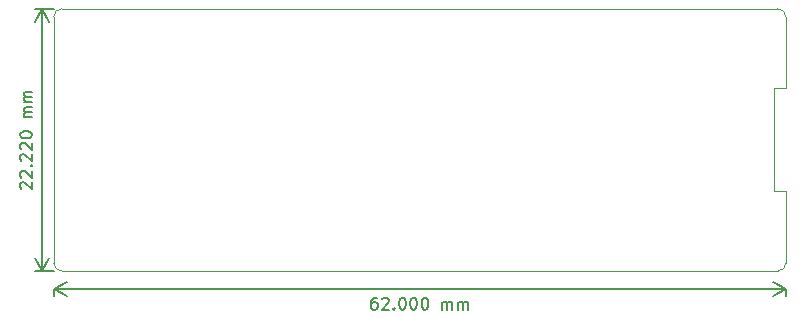
<source format=gbr>
%TF.GenerationSoftware,KiCad,Pcbnew,(5.1.6)-1*%
%TF.CreationDate,2020-07-09T16:11:49-07:00*%
%TF.ProjectId,UPduino_v3.0,55506475-696e-46f5-9f76-332e302e6b69,3.0*%
%TF.SameCoordinates,Original*%
%TF.FileFunction,OtherDrawing,Comment*%
%FSLAX46Y46*%
G04 Gerber Fmt 4.6, Leading zero omitted, Abs format (unit mm)*
G04 Created by KiCad (PCBNEW (5.1.6)-1) date 2020-07-09 16:11:49*
%MOMM*%
%LPD*%
G01*
G04 APERTURE LIST*
%ADD10C,0.150000*%
%TA.AperFunction,Profile*%
%ADD11C,0.050000*%
%TD*%
G04 APERTURE END LIST*
D10*
X97247619Y-93032857D02*
X97200000Y-92985238D01*
X97152380Y-92890000D01*
X97152380Y-92651904D01*
X97200000Y-92556666D01*
X97247619Y-92509047D01*
X97342857Y-92461428D01*
X97438095Y-92461428D01*
X97580952Y-92509047D01*
X98152380Y-93080476D01*
X98152380Y-92461428D01*
X97247619Y-92080476D02*
X97200000Y-92032857D01*
X97152380Y-91937619D01*
X97152380Y-91699523D01*
X97200000Y-91604285D01*
X97247619Y-91556666D01*
X97342857Y-91509047D01*
X97438095Y-91509047D01*
X97580952Y-91556666D01*
X98152380Y-92128095D01*
X98152380Y-91509047D01*
X98057142Y-91080476D02*
X98104761Y-91032857D01*
X98152380Y-91080476D01*
X98104761Y-91128095D01*
X98057142Y-91080476D01*
X98152380Y-91080476D01*
X97247619Y-90651904D02*
X97200000Y-90604285D01*
X97152380Y-90509047D01*
X97152380Y-90270952D01*
X97200000Y-90175714D01*
X97247619Y-90128095D01*
X97342857Y-90080476D01*
X97438095Y-90080476D01*
X97580952Y-90128095D01*
X98152380Y-90699523D01*
X98152380Y-90080476D01*
X97247619Y-89699523D02*
X97200000Y-89651904D01*
X97152380Y-89556666D01*
X97152380Y-89318571D01*
X97200000Y-89223333D01*
X97247619Y-89175714D01*
X97342857Y-89128095D01*
X97438095Y-89128095D01*
X97580952Y-89175714D01*
X98152380Y-89747142D01*
X98152380Y-89128095D01*
X97152380Y-88509047D02*
X97152380Y-88413809D01*
X97200000Y-88318571D01*
X97247619Y-88270952D01*
X97342857Y-88223333D01*
X97533333Y-88175714D01*
X97771428Y-88175714D01*
X97961904Y-88223333D01*
X98057142Y-88270952D01*
X98104761Y-88318571D01*
X98152380Y-88413809D01*
X98152380Y-88509047D01*
X98104761Y-88604285D01*
X98057142Y-88651904D01*
X97961904Y-88699523D01*
X97771428Y-88747142D01*
X97533333Y-88747142D01*
X97342857Y-88699523D01*
X97247619Y-88651904D01*
X97200000Y-88604285D01*
X97152380Y-88509047D01*
X98152380Y-86985238D02*
X97485714Y-86985238D01*
X97580952Y-86985238D02*
X97533333Y-86937619D01*
X97485714Y-86842380D01*
X97485714Y-86699523D01*
X97533333Y-86604285D01*
X97628571Y-86556666D01*
X98152380Y-86556666D01*
X97628571Y-86556666D02*
X97533333Y-86509047D01*
X97485714Y-86413809D01*
X97485714Y-86270952D01*
X97533333Y-86175714D01*
X97628571Y-86128095D01*
X98152380Y-86128095D01*
X98152380Y-85651904D02*
X97485714Y-85651904D01*
X97580952Y-85651904D02*
X97533333Y-85604285D01*
X97485714Y-85509047D01*
X97485714Y-85366190D01*
X97533333Y-85270952D01*
X97628571Y-85223333D01*
X98152380Y-85223333D01*
X97628571Y-85223333D02*
X97533333Y-85175714D01*
X97485714Y-85080476D01*
X97485714Y-84937619D01*
X97533333Y-84842380D01*
X97628571Y-84794761D01*
X98152380Y-84794761D01*
X99000000Y-100000000D02*
X99000000Y-77780000D01*
X100000000Y-100000000D02*
X98413579Y-100000000D01*
X100000000Y-77780000D02*
X98413579Y-77780000D01*
X99000000Y-77780000D02*
X99586421Y-78906504D01*
X99000000Y-77780000D02*
X98413579Y-78906504D01*
X99000000Y-100000000D02*
X99586421Y-98873496D01*
X99000000Y-100000000D02*
X98413579Y-98873496D01*
D11*
X100000000Y-78480000D02*
G75*
G02*
X100700000Y-77780000I700000J0D01*
G01*
X161300000Y-77780000D02*
G75*
G02*
X162000000Y-78480000I0J-700000D01*
G01*
X162000000Y-99300000D02*
G75*
G02*
X161300000Y-100000000I-700000J0D01*
G01*
X100700000Y-100000000D02*
G75*
G02*
X100000000Y-99300000I0J700000D01*
G01*
D10*
X127333333Y-102252380D02*
X127142857Y-102252380D01*
X127047619Y-102300000D01*
X127000000Y-102347619D01*
X126904761Y-102490476D01*
X126857142Y-102680952D01*
X126857142Y-103061904D01*
X126904761Y-103157142D01*
X126952380Y-103204761D01*
X127047619Y-103252380D01*
X127238095Y-103252380D01*
X127333333Y-103204761D01*
X127380952Y-103157142D01*
X127428571Y-103061904D01*
X127428571Y-102823809D01*
X127380952Y-102728571D01*
X127333333Y-102680952D01*
X127238095Y-102633333D01*
X127047619Y-102633333D01*
X126952380Y-102680952D01*
X126904761Y-102728571D01*
X126857142Y-102823809D01*
X127809523Y-102347619D02*
X127857142Y-102300000D01*
X127952380Y-102252380D01*
X128190476Y-102252380D01*
X128285714Y-102300000D01*
X128333333Y-102347619D01*
X128380952Y-102442857D01*
X128380952Y-102538095D01*
X128333333Y-102680952D01*
X127761904Y-103252380D01*
X128380952Y-103252380D01*
X128809523Y-103157142D02*
X128857142Y-103204761D01*
X128809523Y-103252380D01*
X128761904Y-103204761D01*
X128809523Y-103157142D01*
X128809523Y-103252380D01*
X129476190Y-102252380D02*
X129571428Y-102252380D01*
X129666666Y-102300000D01*
X129714285Y-102347619D01*
X129761904Y-102442857D01*
X129809523Y-102633333D01*
X129809523Y-102871428D01*
X129761904Y-103061904D01*
X129714285Y-103157142D01*
X129666666Y-103204761D01*
X129571428Y-103252380D01*
X129476190Y-103252380D01*
X129380952Y-103204761D01*
X129333333Y-103157142D01*
X129285714Y-103061904D01*
X129238095Y-102871428D01*
X129238095Y-102633333D01*
X129285714Y-102442857D01*
X129333333Y-102347619D01*
X129380952Y-102300000D01*
X129476190Y-102252380D01*
X130428571Y-102252380D02*
X130523809Y-102252380D01*
X130619047Y-102300000D01*
X130666666Y-102347619D01*
X130714285Y-102442857D01*
X130761904Y-102633333D01*
X130761904Y-102871428D01*
X130714285Y-103061904D01*
X130666666Y-103157142D01*
X130619047Y-103204761D01*
X130523809Y-103252380D01*
X130428571Y-103252380D01*
X130333333Y-103204761D01*
X130285714Y-103157142D01*
X130238095Y-103061904D01*
X130190476Y-102871428D01*
X130190476Y-102633333D01*
X130238095Y-102442857D01*
X130285714Y-102347619D01*
X130333333Y-102300000D01*
X130428571Y-102252380D01*
X131380952Y-102252380D02*
X131476190Y-102252380D01*
X131571428Y-102300000D01*
X131619047Y-102347619D01*
X131666666Y-102442857D01*
X131714285Y-102633333D01*
X131714285Y-102871428D01*
X131666666Y-103061904D01*
X131619047Y-103157142D01*
X131571428Y-103204761D01*
X131476190Y-103252380D01*
X131380952Y-103252380D01*
X131285714Y-103204761D01*
X131238095Y-103157142D01*
X131190476Y-103061904D01*
X131142857Y-102871428D01*
X131142857Y-102633333D01*
X131190476Y-102442857D01*
X131238095Y-102347619D01*
X131285714Y-102300000D01*
X131380952Y-102252380D01*
X132904761Y-103252380D02*
X132904761Y-102585714D01*
X132904761Y-102680952D02*
X132952380Y-102633333D01*
X133047619Y-102585714D01*
X133190476Y-102585714D01*
X133285714Y-102633333D01*
X133333333Y-102728571D01*
X133333333Y-103252380D01*
X133333333Y-102728571D02*
X133380952Y-102633333D01*
X133476190Y-102585714D01*
X133619047Y-102585714D01*
X133714285Y-102633333D01*
X133761904Y-102728571D01*
X133761904Y-103252380D01*
X134238095Y-103252380D02*
X134238095Y-102585714D01*
X134238095Y-102680952D02*
X134285714Y-102633333D01*
X134380952Y-102585714D01*
X134523809Y-102585714D01*
X134619047Y-102633333D01*
X134666666Y-102728571D01*
X134666666Y-103252380D01*
X134666666Y-102728571D02*
X134714285Y-102633333D01*
X134809523Y-102585714D01*
X134952380Y-102585714D01*
X135047619Y-102633333D01*
X135095238Y-102728571D01*
X135095238Y-103252380D01*
X100000000Y-101500000D02*
X162000000Y-101500000D01*
X100000000Y-101500000D02*
X100000000Y-102086421D01*
X162000000Y-101500000D02*
X162000000Y-102086421D01*
X162000000Y-101500000D02*
X160873496Y-102086421D01*
X162000000Y-101500000D02*
X160873496Y-100913579D01*
X100000000Y-101500000D02*
X101126504Y-102086421D01*
X100000000Y-101500000D02*
X101126504Y-100913579D01*
D11*
X162000000Y-93200000D02*
X161000000Y-93200000D01*
X162000000Y-84500000D02*
X161000000Y-84500000D01*
X161000000Y-93200000D02*
X161000000Y-84500000D01*
X162000000Y-99300000D02*
X162000000Y-93200000D01*
X100000000Y-78480000D02*
X100000000Y-99300000D01*
X161300000Y-77780000D02*
X100700000Y-77780000D01*
X162000000Y-84500000D02*
X162000000Y-78480000D01*
X100700000Y-100000000D02*
X161300000Y-100000000D01*
M02*

</source>
